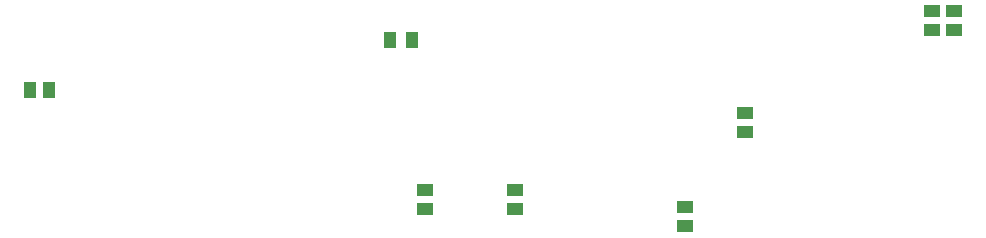
<source format=gbr>
%TF.GenerationSoftware,Altium Limited,Altium Designer,23.6.0 (18)*%
G04 Layer_Color=128*
%FSLAX45Y45*%
%MOMM*%
%TF.SameCoordinates,1BF17B70-E076-4422-95A1-EF062E3CA17A*%
%TF.FilePolarity,Positive*%
%TF.FileFunction,Paste,Bot*%
%TF.Part,Single*%
G01*
G75*
%TA.AperFunction,SMDPad,CuDef*%
%ADD12R,1.02000X1.47000*%
%ADD14R,1.47000X1.02000*%
%ADD16R,1.00000X1.45000*%
D12*
X2699000Y3422500D02*
D03*
X2861000D02*
D03*
D14*
X10527500Y4091000D02*
D03*
Y3929000D02*
D03*
X10337500Y4091000D02*
D03*
Y3929000D02*
D03*
X8757500Y3227000D02*
D03*
Y3065000D02*
D03*
X8247500Y2270500D02*
D03*
Y2432500D02*
D03*
X6810000Y2419000D02*
D03*
Y2581000D02*
D03*
X6050000Y2419000D02*
D03*
Y2581000D02*
D03*
D16*
X5940000Y3847500D02*
D03*
X5750000D02*
D03*
%TF.MD5,1849f93de1326144fbe860fdef06e6cc*%
M02*

</source>
